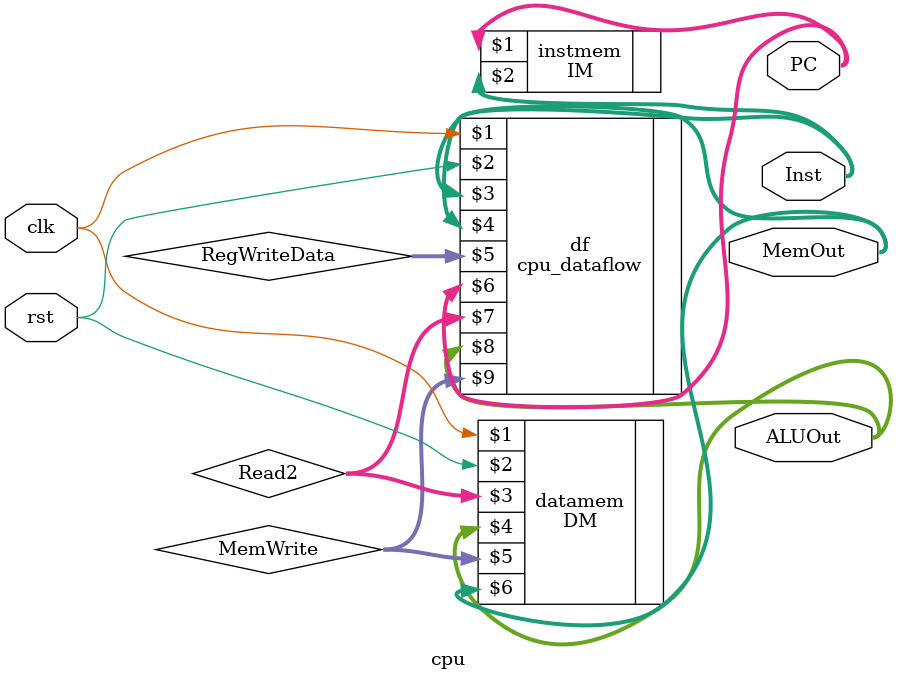
<source format=v>
module cpu(
input clk, rst,
output [31:0]Inst, PC, ALUOut, MemOut
);

wire [31:0]Read2, RegWriteData;
wire [1:0]MemWrite;
cpu_dataflow df( clk, rst, Inst, MemOut, RegWriteData, PC, Read2, ALUOut, MemWrite);
IM instmem( PC, Inst);
DM datamem( clk, rst, Read2, ALUOut, MemWrite, MemOut);

endmodule


</source>
